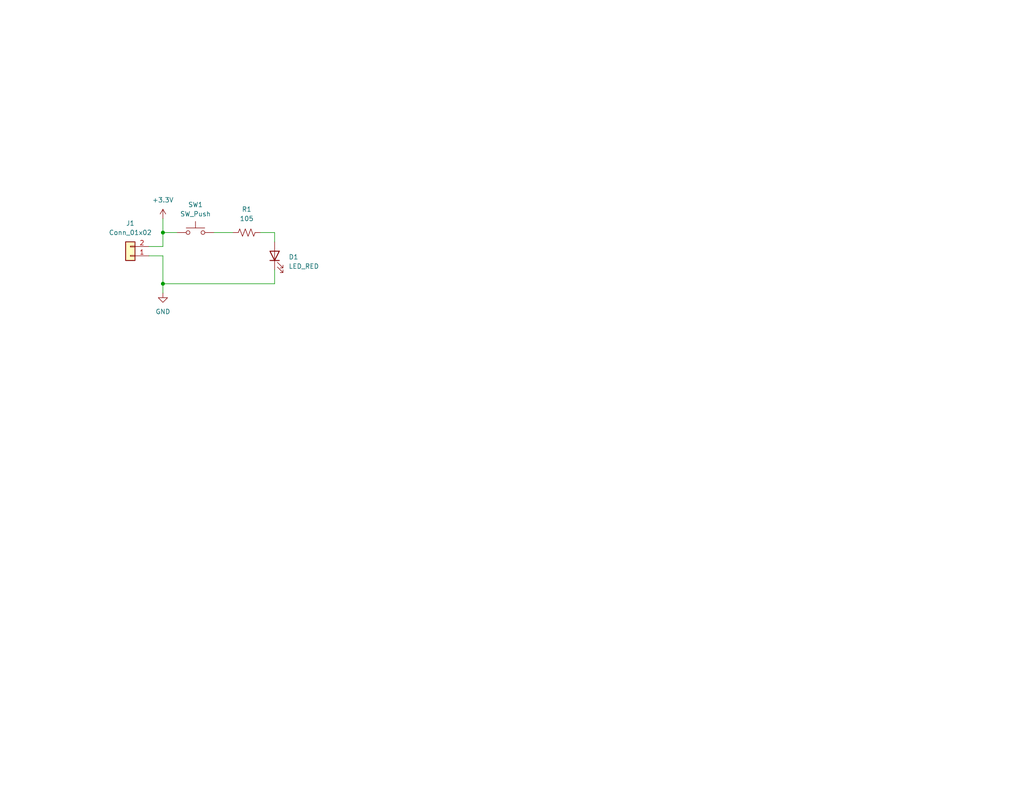
<source format=kicad_sch>
(kicad_sch (version 20231120) (generator "eeschema") (generator_version "8.0")
  (paper "USLetter")
  (title_block (title "LED Project") (date "2022-08-16") (rev "1.0") (company "Illini Solar Car") (comment 1 "Designed By: Jerry Zhang"))
  (lib_symbols
    (symbol "Connector_Generic:Conn_01x02" (pin_names (offset 1.016) hide)
      (property "Reference" "J" (at 0 2.54 0))
      (property "Value" "Conn_01x02" (at 0 -5.08 0))
      (symbol "Conn_01x02_1_1"
        (rectangle (start -1.27 -2.413) (end 0 -2.667) (stroke (width 0.1524)))
        (rectangle (start -1.27 0.127) (end 0 -0.127) (stroke (width 0.1524)))
        (rectangle (start -1.27 1.27) (end 1.27 -3.81) (stroke (width 0.254)) (fill (type background)))
        (pin passive line (at -5.08 0 0) (length 3.81) (name "Pin_1") (number "1"))
        (pin passive line (at -5.08 -2.54 0) (length 3.81) (name "Pin_2") (number "2"))
      )
    )
    (symbol "Device:LED" (pin_numbers hide) (pin_names (offset 1.016) hide)
      (property "Reference" "D" (at 0 2.54 0))
      (property "Value" "LED" (at 0 -2.54 0))
      (symbol "LED_0_1"
        (polyline (pts (xy -1.27 -1.27) (xy -1.27 1.27)) (stroke (width 0.254)))
        (polyline (pts (xy -1.27 0) (xy 1.27 0)))
        (polyline (pts (xy 1.27 -1.27) (xy 1.27 1.27) (xy -1.27 0) (xy 1.27 -1.27)) (stroke (width 0.254)))
        (polyline (pts (xy -3.048 -0.762) (xy -4.572 -2.286) (xy -3.81 -2.286) (xy -4.572 -2.286) (xy -4.572 -1.524)))
        (polyline (pts (xy -1.778 -0.762) (xy -3.302 -2.286) (xy -2.54 -2.286) (xy -3.302 -2.286) (xy -3.302 -1.524)))
      )
      (symbol "LED_1_1"
        (pin passive line (at -3.81 0 0) (length 2.54) (name "K") (number "1"))
        (pin passive line (at 3.81 0 180) (length 2.54) (name "A") (number "2"))
      )
    )
    (symbol "Device:R_US" (pin_numbers hide) (pin_names (offset 0))
      (property "Reference" "R" (at 2.54 0 90))
      (property "Value" "R_US" (at -2.54 0 90))
      (symbol "R_US_0_1"
        (polyline (pts (xy 0 -2.286) (xy 0 -2.54)))
        (polyline (pts (xy 0 2.286) (xy 0 2.54)))
        (polyline (pts (xy 0 -0.762) (xy 1.016 -1.143) (xy 0 -1.524) (xy -1.016 -1.905) (xy 0 -2.286)))
        (polyline (pts (xy 0 0.762) (xy 1.016 0.381) (xy 0 0) (xy -1.016 -0.381) (xy 0 -0.762)))
        (polyline (pts (xy 0 2.286) (xy 1.016 1.905) (xy 0 1.524) (xy -1.016 1.143) (xy 0 0.762)))
      )
      (symbol "R_US_1_1"
        (pin passive line (at 0 3.81 270) (length 1.27) (name "~") (number "1"))
        (pin passive line (at 0 -3.81 90) (length 1.27) (name "~") (number "2"))
      )
    )
    (symbol "Switch:SW_Push" (pin_numbers hide) (pin_names (offset 1.016) hide)
      (property "Reference" "SW" (at 1.27 2.54 0))
      (property "Value" "SW_Push" (at 0 -1.524 0))
      (symbol "SW_Push_0_1"
        (circle (center -2.032 0) (radius 0.508))
        (polyline (pts (xy 0 1.27) (xy 0 3.048)))
        (polyline (pts (xy 2.54 1.27) (xy -2.54 1.27)))
        (circle (center 2.032 0) (radius 0.508))
        (pin passive line (at -5.08 0 0) (length 2.54) (name "1") (number "1"))
        (pin passive line (at 5.08 0 180) (length 2.54) (name "2") (number "2"))
      )
    )
    (symbol "power:+3.3V" (power) (pin_names (offset 0))
      (property "Value" "+3.3V" (at 0 3.556 0))
      (symbol "+3.3V_0_1"
        (polyline (pts (xy -0.762 1.27) (xy 0 2.54)))
        (polyline (pts (xy 0 0) (xy 0 2.54)))
        (polyline (pts (xy 0 2.54) (xy 0.762 1.27)))
      )
      (symbol "+3.3V_1_1"
        (pin power_in line (at 0 0 90) (length 0) hide (name "+3V3") (number "1"))
      )
    )
    (symbol "power:GND" (power) (pin_names (offset 0))
      (property "Value" "GND" (at 0 -3.81 0))
      (symbol "GND_0_1"
        (polyline (pts (xy 0 0) (xy 0 -1.27) (xy 1.27 -1.27) (xy 0 -2.54) (xy -1.27 -1.27) (xy 0 -1.27)))
      )
      (symbol "GND_1_1"
        (pin power_in line (at 0 0 270) (length 0) hide (name "GND") (number "1"))
      )
    )
  )
  (junction (at 44.45 63.5))
  (junction (at 44.45 77.47))
  (wire (pts (xy 44.45 67.31) (xy 40.64 67.31)))
  (wire (pts (xy 74.93 63.5) (xy 74.93 66.04)))
  (wire (pts (xy 44.45 63.5) (xy 44.45 67.31)))
  (wire (pts (xy 74.93 73.66) (xy 74.93 77.47)))
  (wire (pts (xy 44.45 77.47) (xy 44.45 80.01)))
  (wire (pts (xy 44.45 59.69) (xy 44.45 63.5)))
  (wire (pts (xy 44.45 63.5) (xy 48.26 63.5)))
  (wire (pts (xy 44.45 77.47) (xy 74.93 77.47)))
  (wire (pts (xy 44.45 69.85) (xy 40.64 69.85)))
  (wire (pts (xy 71.12 63.5) (xy 74.93 63.5)))
  (wire (pts (xy 58.42 63.5) (xy 63.5 63.5)))
  (wire (pts (xy 44.45 77.47) (xy 44.45 69.85)))
  (symbol (lib_id "Connector_Generic:Conn_01x02") (at 35.56 69.85 180) (unit 1)
    (property "Reference" "J1" (at 35.56 60.96 0))
    (property "Value" "Conn_01x02" (at 35.56 63.5 0))
    (property "Footprint" "Connector_Molex:Molex_KK-254_AE-6410-02A_1x02_P2.54mm_Vertical" (effects (hide yes)))
    (property "Description" "Generic connector, single row, 01x02, script generated (kicad-library-utils/schlib/autogen/connector/)" (effects (hide yes)))
  )
  (symbol (lib_id "power:+3.3V") (at 44.45 59.69 0) (unit 1)
    (property "Reference" "#PWR01" (effects (hide yes)))
    (property "Value" "+3.3V" (at 44.45 54.61 0))
    (property "Description" "Power symbol creates a global label with name \"+3.3V\"" (effects (hide yes)))
  )
  (symbol (lib_id "Device:R_US") (at 67.31 63.5 90) (unit 1)
    (property "Reference" "R1" (at 67.31 57.15 90))
    (property "Value" "105" (at 67.31 59.69 90))
    (property "Footprint" "Resistor_SMD:R_0603_1608Metric_Pad0.98x0.95mm_HandSolder" (effects (hide yes)))
    (property "Description" "Resistor, US symbol" (effects (hide yes)))
  )
  (symbol (lib_id "Device:LED") (at 74.93 69.85 90) (unit 1)
    (property "Reference" "D1" (at 78.74 70.1674 90) (effects (justify right)))
    (property "Value" "LED_RED" (at 78.74 72.7074 90) (effects (justify right)))
    (property "Footprint" "layout:LED_0603_Symbol_on_F.SilkS" (effects (hide yes)))
    (property "Description" "Light emitting diode" (effects (hide yes)))
  )
  (symbol (lib_id "Switch:SW_Push") (at 53.34 63.5 0) (unit 1)
    (property "Reference" "SW1" (at 53.34 55.88 0))
    (property "Value" "SW_Push" (at 53.34 58.42 0))
    (property "Footprint" "Button_Switch_SMD:SW_DIP_SPSTx01_Slide_6.7x4.1mm_W8.61mm_P2.54mm_LowProfile" (effects (hide yes)))
    (property "Description" "Push button switch, generic, two pins" (effects (hide yes)))
  )
  (symbol (lib_id "power:GND") (at 44.45 80.01 0) (unit 1)
    (property "Reference" "#PWR02" (effects (hide yes)))
    (property "Value" "GND" (at 44.45 85.09 0))
    (property "Description" "Power symbol creates a global label with name \"GND\" , ground" (effects (hide yes)))
  )
)
</source>
